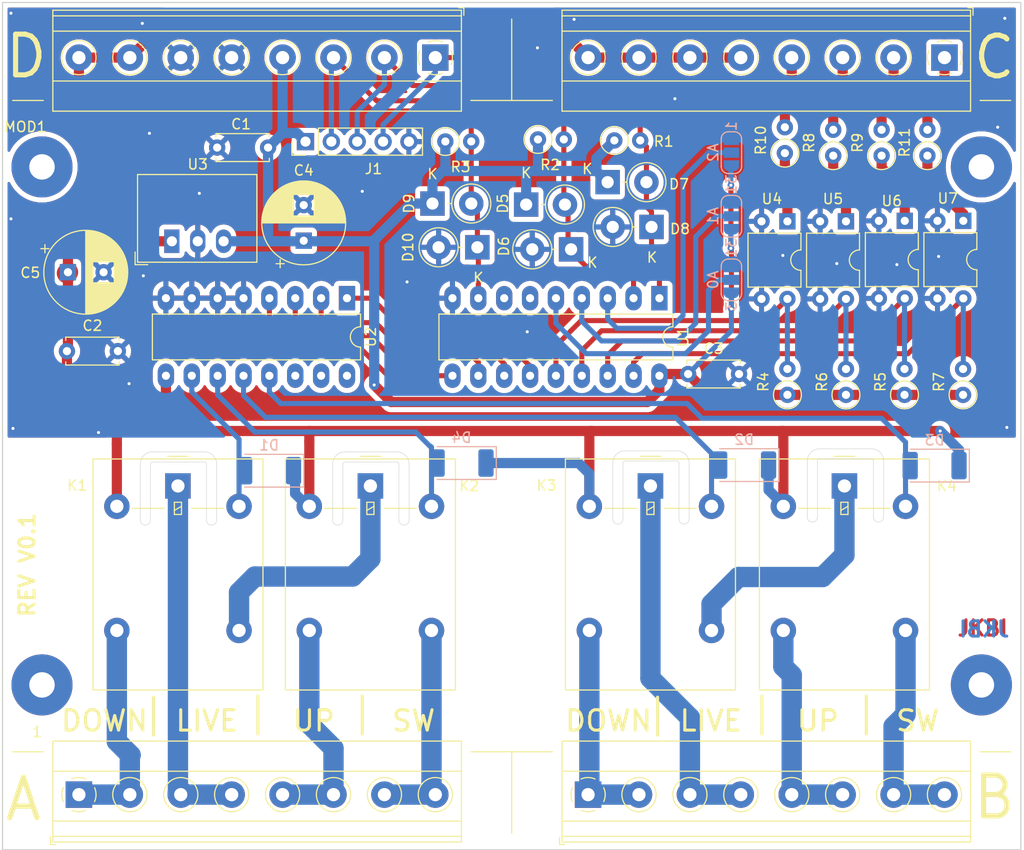
<source format=kicad_pcb>
(kicad_pcb (version 20240108) (generator "pcbnew") (generator_version "8.0")
  (title_block (title "Stairs LED contoller") (date "2024-08-18") (rev "${Revision}") (company "JKBI"))
  (layers (0 "F.Cu" signal) (31 "B.Cu" signal) (34 "B.Paste" user) (35 "F.Paste" user) (36 "B.SilkS" user "B.Silkscreen") (37 "F.SilkS" user "F.Silkscreen") (38 "B.Mask" user) (39 "F.Mask" user) (44 "Edge.Cuts" user))
  (property "Revision" "V0.1")
  (net 0 "")
  (net 1 "Net-(K1-Pad4)")
  (net 2 "GND")
  (net 3 "/nDOWN2")
  (net 4 "/L2")
  (net 5 "Net-(K3-Pad4)")
  (net 6 "/L1")
  (net 7 "/nDOWN1")
  (net 8 "/nUP2")
  (net 9 "/nUP1")
  (net 10 "VBUS")
  (net 11 "/L1-DOWN")
  (net 12 "/L1-UP")
  (net 13 "/L1-SW")
  (net 14 "/L2-DOWN")
  (net 15 "/L2-SW")
  (net 16 "/L2-UP")
  (net 20 "/DN1")
  (net 21 "/UP1")
  (net 22 "/DN2")
  (net 23 "/UP2")
  (net 26 "/SCL")
  (net 27 "/SDA")
  (net 28 "+3V3")
  (net 29 "/INT")
  (net 30 "/A0")
  (net 31 "/A1")
  (net 32 "/A2")
  (net 33 "/IN1_L")
  (net 34 "/IN2_L")
  (net 35 "/IN3_L")
  (net 36 "/IN4_L")
  (net 37 "/IN1_H")
  (net 38 "Net-(R8-Pad1)")
  (net 39 "Net-(R9-Pad1)")
  (net 40 "/IN2_H")
  (net 41 "Net-(R10-Pad1)")
  (net 42 "/IN4_H")
  (net 43 "Net-(R11-Pad1)")
  (net 44 "/IN3_H")
  (footprint "Capacitor_THT:CP_Radial_D8.0mm_P3.50mm" (layer "F.Cu") (at 130.75 79.152651 90)
    (property "Reference" "C4")
    (property "Value" "100uF")
  )
  (footprint "Connector_PinHeader_2.54mm:PinHeader_1x05_P2.54mm_Vertical" (layer "F.Cu") (at 130.925 69.415 90)
    (property "Reference" "J1")
    (property "Value" "Conn_01x05_Pin")
  )
  (footprint "Package_DIP:DIP-4_W7.62mm" (layer "F.Cu") (at 195.525 77.2 -90)
    (property "Reference" "U7")
    (property "Value" "PC817")
  )
  (footprint "Resistor_THT:R_Axial_DIN0207_L6.3mm_D2.5mm_P2.54mm_Vertical" (layer "F.Cu") (at 184 94.3 90)
    (property "Reference" "R6")
    (property "Value" "4.7K")
  )
  (footprint "Relay_THT:Relay_SPDT_Omron-G5LE-1" (layer "F.Cu") (at 137.3 103.25)
    (property "Reference" "K2")
    (property "Value" "G5LE-1")
  )
  (footprint "Resistor_THT:R_Axial_DIN0207_L6.3mm_D2.5mm_P2.54mm_Vertical" (layer "F.Cu") (at 153.755 69.2)
    (property "Reference" "R2")
    (property "Value" "4.7K")
  )
  (footprint "Diode_THT:D_DO-15_P3.81mm_Vertical_KathodeUp" (layer "F.Cu") (at 143.395 75.5)
    (property "Reference" "D9")
    (property "Value" "1N4148")
  )
  (footprint "Package_DIP:DIP-16_W7.62mm_LongPads" (layer "F.Cu") (at 135 84.8 -90)
    (property "Reference" "U2")
    (property "Value" "ULN2003A")
  )
  (footprint "Resistor_THT:R_Axial_DIN0207_L6.3mm_D2.5mm_P2.54mm_Vertical" (layer "F.Cu") (at 187.5 70.795 90)
    (property "Reference" "R9")
    (property "Value" "4.7K")
  )
  (footprint "Relay_THT:Relay_SPDT_Omron-G5LE-1" (layer "F.Cu") (at 183.85 103.25)
    (property "Reference" "K4")
    (property "Value" "G5LE-1")
  )
  (footprint "Resistor_THT:R_Axial_DIN0207_L6.3mm_D2.5mm_P2.54mm_Vertical" (layer "F.Cu") (at 182.75 70.795 90)
    (property "Reference" "R8")
    (property "Value" "4.7K")
  )
  (footprint "Package_DIP:DIP-4_W7.62mm" (layer "F.Cu") (at 189.775 77.2 -90)
    (property "Reference" "U6")
    (property "Value" "PC817")
  )
  (footprint "Resistor_THT:R_Axial_DIN0207_L6.3mm_D2.5mm_P2.54mm_Vertical" (layer "F.Cu") (at 161.255 69.3)
    (property "Reference" "R1")
    (property "Value" "4.7K")
  )
  (footprint "Resistor_THT:R_Axial_DIN0207_L6.3mm_D2.5mm_P2.54mm_Vertical" (layer "F.Cu") (at 178.25 94.295 90)
    (property "Reference" "R4")
    (property "Value" "4.7K")
  )
  (footprint "Diode_THT:D_DO-15_P3.81mm_Vertical_KathodeUp" (layer "F.Cu") (at 152.595 75.6)
    (property "Reference" "D5")
    (property "Value" "1N4148")
  )
  (footprint "Resistor_THT:R_Axial_DIN0207_L6.3mm_D2.5mm_P2.54mm_Vertical" (layer "F.Cu") (at 178 70.545 90)
    (property "Reference" "R10")
    (property "Value" "4.7K")
  )
  (footprint "Relay_THT:Relay_SPDT_Omron-G5LE-1" (layer "F.Cu") (at 118.4 103.25)
    (property "Reference" "K1")
    (property "Value" "G5LE-1")
  )
  (footprint "Diode_THT:D_DO-15_P3.81mm_Vertical_KathodeUp" (layer "F.Cu") (at 160.595 73.4)
    (property "Reference" "D7")
    (property "Value" "1N4148")
  )
  (footprint "Diode_THT:D_DO-15_P3.81mm_Vertical_KathodeUp" (layer "F.Cu") (at 164.905 77.8 180)
    (property "Reference" "D8")
    (property "Value" "1N4148")
  )
  (footprint "Package_DIP:DIP-4_W7.62mm" (layer "F.Cu") (at 184 77.25 -90)
    (property "Reference" "U5")
    (property "Value" "PC817")
  )
  (footprint "Diode_THT:D_DO-15_P3.81mm_Vertical_KathodeUp" (layer "F.Cu") (at 147.805 79.8 180)
    (property "Reference" "D10")
    (property "Value" "1N4148")
  )
  (footprint "Package_DIP:DIP-18_W7.62mm_LongPads" (layer "F.Cu") (at 165.68 84.8 -90)
    (property "Reference" "U1")
    (property "Value" "MCP23008-xP")
  )
  (footprint "Resistor_THT:R_Axial_DIN0207_L6.3mm_D2.5mm_P2.54mm_Vertical" (layer "F.Cu") (at 144.66 69.4)
    (property "Reference" "R3")
    (property "Value" "4.7K")
  )
  (footprint "ZD1006:ZD1006" (layer "F.Cu") (at 101.175 97.37)
    (property "Reference" "MOD1")
    (property "Value" "~")
    (fp_line (start 0 -41.625) (end 0 41.625) (stroke (width 0.12)) (layer "Edge.Cuts"))
    (fp_line (start 0 41.625) (end 100 41.625) (stroke (width 0.12)) (layer "Edge.Cuts"))
    (fp_line (start 100 -41.625) (end 0 -41.625) (stroke (width 0.12)) (layer "Edge.Cuts"))
    (fp_line (start 100 41.625) (end 100 -41.625) (stroke (width 0.12)) (layer "Edge.Cuts"))
  )
  (footprint "Package_DIP:DIP-4_W7.62mm" (layer "F.Cu") (at 178.25 77.25 -90)
    (property "Reference" "U4")
    (property "Value" "PC817")
  )
  (footprint "Resistor_THT:R_Axial_DIN0207_L6.3mm_D2.5mm_P2.54mm_Vertical" (layer "F.Cu") (at 195.5 94.3 90)
    (property "Reference" "R7")
    (property "Value" "4.7K")
  )
  (footprint "Capacitor_THT:C_Disc_D5.0mm_W2.5mm_P5.00mm" (layer "F.Cu") (at 107.5 90)
    (property "Reference" "C2")
    (property "Value" "100nF")
  )
  (footprint "Capacitor_THT:CP_Radial_D8.0mm_P3.50mm" (layer "F.Cu") (at 107.597349 82.25)
    (property "Reference" "C5")
    (property "Value" "100uF")
  )
  (footprint "Converter_DCDC:Converter_DCDC_RECOM_R-78E-0.5_THT" (layer "F.Cu") (at 117.803 79.2075)
    (property "Reference" "U3")
    (property "Value" "R-78C3.3-1.0")
  )
  (footprint "Relay_THT:Relay_SPDT_Omron-G5LE-1" (layer "F.Cu") (at 164.8 103.25)
    (property "Reference" "K3")
    (property "Value" "G5LE-1")
  )
  (footprint "Resistor_THT:R_Axial_DIN0207_L6.3mm_D2.5mm_P2.54mm_Vertical" (layer "F.Cu") (at 192 70.795 90)
    (property "Reference" "R11")
    (property "Value" "4.7K")
  )
  (footprint "Diode_THT:D_DO-15_P3.81mm_Vertical_KathodeUp" (layer "F.Cu") (at 157.005 80 180)
    (property "Reference" "D6")
    (property "Value" "1N4148")
  )
  (footprint "Resistor_THT:R_Axial_DIN0207_L6.3mm_D2.5mm_P2.54mm_Vertical" (layer "F.Cu") (at 189.75 94.3 90)
    (property "Reference" "R5")
    (property "Value" "4.7K")
  )
  (footprint "Capacitor_THT:C_Disc_D5.0mm_W2.5mm_P5.00mm" (layer "F.Cu") (at 127.25 70 180)
    (property "Reference" "C1")
    (property "Value" "100nF")
  )
  (footprint "Capacitor_THT:C_Disc_D5.0mm_W2.5mm_P5.00mm" (layer "F.Cu") (at 168.5 92.25)
    (property "Reference" "C3")
    (property "Value" "100nF")
  )
  (footprint "Jumper:SolderJumper-3_P1.3mm_Open_RoundedPad1.0x1.5mm_NumberLabels" (layer "B.Cu") (at 172.75 76.75 -90)
    (property "Reference" "A1")
    (property "Value" "SolderJumper_3_Open")
  )
  (footprint "Diode_SMD:D_MELF" (layer "B.Cu") (at 127.35 101.75 180)
    (property "Reference" "D1")
    (property "Value" "SM4007")
  )
  (footprint "Diode_SMD:D_MELF" (layer "B.Cu") (at 192.705 101.25 180)
    (property "Reference" "D3")
    (property "Value" "SM4007")
  )
  (footprint "Diode_SMD:D_MELF" (layer "B.Cu") (at 146.25 101 180)
    (property "Reference" "D4")
    (property "Value" "SM4007")
  )
  (footprint "Jumper:SolderJumper-3_P1.3mm_Open_RoundedPad1.0x1.5mm_NumberLabels" (layer "B.Cu") (at 172.75 83 -90)
    (property "Reference" "A0")
    (property "Value" "SolderJumper_3_Open")
  )
  (footprint "Diode_SMD:D_MELF" (layer "B.Cu") (at 174 101.2 180)
    (property "Reference" "D2")
    (property "Value" "SM4007")
  )
  (footprint "Jumper:SolderJumper-3_P1.3mm_Open_RoundedPad1.0x1.5mm_NumberLabels" (layer "B.Cu") (at 172.75 70.5 -90)
    (property "Reference" "A2")
    (property "Value" "SolderJumper_3_Open")
  )
  (gr_line (start 116 124) (end 116 127.75) (stroke (width 0.3)) (layer "F.SilkS"))
  (gr_line (start 186 123.875) (end 186 127.625) (stroke (width 0.3)) (layer "F.SilkS"))
  (gr_line (start 165.5 124) (end 165.5 127.75) (stroke (width 0.3)) (layer "F.SilkS"))
  (gr_line (start 136.5 123.875) (end 136.5 127.625) (stroke (width 0.3)) (layer "F.SilkS"))
  (gr_line (start 175.75 123.875) (end 175.75 127.625) (stroke (width 0.3)) (layer "F.SilkS"))
  (gr_line (start 126.25 123.875) (end 126.25 127.625) (stroke (width 0.3)) (layer "F.SilkS"))
  (gr_arc (start 139.9 99.9) (mid 140.748528 100.251472) (end 141.1 101.1) (stroke (width 0.05)) (layer "Edge.Cuts"))
  (gr_arc (start 167.4 99.8) (mid 168.248528 100.151472) (end 168.6 101) (stroke (width 0.05)) (layer "Edge.Cuts"))
  (gr_arc (start 168.6 106.5) (mid 168.1 107) (end 167.6 106.5) (stroke (width 0.05)) (layer "Edge.Cuts"))
  (gr_line (start 187.7 106.3) (end 187.7 100.8) (stroke (width 0.05)) (layer "Edge.Cuts"))
  (gr_line (start 161.1 106.5) (end 161.1 101) (stroke (width 0.05)) (layer "Edge.Cuts"))
  (gr_line (start 134.6 106.6) (end 134.6 101.1) (stroke (width 0.05)) (layer "Edge.Cuts"))
  (gr_arc (start 122.2 106.6) (mid 121.7 107.1) (end 121.2 106.6) (stroke (width 0.05)) (layer "Edge.Cuts"))
  (gr_line (start 122.2 106.6) (end 122.2 101.1) (stroke (width 0.05)) (layer "Edge.Cuts"))
  (gr_line (start 134.8 99.9) (end 139.9 99.9) (stroke (width 0.05)) (layer "Edge.Cuts"))
  (gr_line (start 162.3 100.8) (end 167.4 100.8) (stroke (width 0.05)) (layer "Edge.Cuts"))
  (gr_line (start 141.1 106.6) (end 141.1 101.1) (stroke (width 0.05)) (layer "Edge.Cuts"))
  (gr_arc (start 181.2 106.3) (mid 180.7 106.8) (end 180.2 106.3) (stroke (width 0.05)) (layer "Edge.Cuts"))
  (gr_arc (start 121 99.9) (mid 121.848528 100.251472) (end 122.2 101.1) (stroke (width 0.05)) (layer "Edge.Cuts"))
  (gr_line (start 181.4 100.6) (end 186.5 100.6) (stroke (width 0.05)) (layer "Edge.Cuts"))
  (gr_arc (start 162.1 101) (mid 162.158579 100.858579) (end 162.3 100.8) (stroke (width 0.05)) (layer "Edge.Cuts"))
  (gr_arc (start 133.6 101.1) (mid 133.951472 100.251472) (end 134.8 99.9) (stroke (width 0.05)) (layer "Edge.Cuts"))
  (gr_line (start 121.2 106.6) (end 121.2 101.1) (stroke (width 0.05)) (layer "Edge.Cuts"))
  (gr_arc (start 187.7 106.3) (mid 187.2 106.8) (end 186.7 106.3) (stroke (width 0.05)) (layer "Edge.Cuts"))
  (gr_line (start 115.9 100.9) (end 121 100.9) (stroke (width 0.05)) (layer "Edge.Cuts"))
  (gr_line (start 115.7 106.6) (end 115.7 101.1) (stroke (width 0.05)) (layer "Edge.Cuts"))
  (gr_arc (start 167.4 100.8) (mid 167.541421 100.858579) (end 167.6 101) (stroke (width 0.05)) (layer "Edge.Cuts"))
  (gr_arc (start 141.1 106.6) (mid 140.6 107.1) (end 140.1 106.6) (stroke (width 0.05)) (layer "Edge.Cuts"))
  (gr_line (start 186.7 106.3) (end 186.7 100.8) (stroke (width 0.05)) (layer "Edge.Cuts"))
  (gr_arc (start 180.2 100.8) (mid 180.551472 99.951472) (end 181.4 99.6) (stroke (width 0.05)) (layer "Edge.Cuts"))
  (gr_line (start 134.8 100.9) (end 139.9 100.9) (stroke (width 0.05)) (layer "Edge.Cuts"))
  (gr_arc (start 181.2 100.8) (mid 181.258579 100.658579) (end 181.4 100.6) (stroke (width 0.05)) (layer "Edge.Cuts"))
  (gr_arc (start 186.5 100.6) (mid 186.641421 100.658579) (end 186.7 100.8) (stroke (width 0.05)) (layer "Edge.Cuts"))
  (gr_arc (start 162.1 106.5) (mid 161.6 107) (end 161.1 106.5) (stroke (width 0.05)) (layer "Edge.Cuts"))
  (gr_arc (start 139.9 100.9) (mid 140.041421 100.958579) (end 140.1 101.1) (stroke (width 0.05)) (layer "Edge.Cuts"))
  (gr_arc (start 115.7 106.6) (mid 115.2 107.1) (end 114.7 106.6) (stroke (width 0.05)) (layer "Edge.Cuts"))
  (gr_arc (start 186.5 99.6) (mid 187.348528 99.951472) (end 187.7 100.8) (stroke (width 0.05)) (layer "Edge.Cuts"))
  (gr_line (start 180.2 106.3) (end 180.2 100.8) (stroke (width 0.05)) (layer "Edge.Cuts"))
  (gr_line (start 162.1 106.5) (end 162.1 101) (stroke (width 0.05)) (layer "Edge.Cuts"))
  (gr_arc (start 134.6 101.1) (mid 134.658579 100.958579) (end 134.8 100.9) (stroke (width 0.05)) (layer "Edge.Cuts"))
  (gr_line (start 115.9 99.9) (end 121 99.9) (stroke (width 0.05)) (layer "Edge.Cuts"))
  (gr_arc (start 121 100.9) (mid 121.141421 100.958579) (end 121.2 101.1) (stroke (width 0.05)) (layer "Edge.Cuts"))
  (gr_line (start 140.1 106.6) (end 140.1 101.1) (stroke (width 0.05)) (layer "Edge.Cuts"))
  (gr_line (start 181.2 106.3) (end 181.2 100.8) (stroke (width 0.05)) (layer "Edge.Cuts"))
  (gr_line (start 114.7 106.6) (end 114.7 101.1) (stroke (width 0.05)) (layer "Edge.Cuts"))
  (gr_line (start 168.6 106.5) (end 168.6 101) (stroke (width 0.05)) (layer "Edge.Cuts"))
  (gr_line (start 162.3 99.8) (end 167.4 99.8) (stroke (width 0.05)) (layer "Edge.Cuts"))
  (gr_line (start 167.6 106.5) (end 167.6 101) (stroke (width 0.05)) (layer "Edge.Cuts"))
  (gr_arc (start 161.1 101) (mid 161.451472 100.151472) (end 162.3 99.8) (stroke (width 0.05)) (layer "Edge.Cuts"))
  (gr_arc (start 134.6 106.6) (mid 134.1 107.1) (end 133.6 106.6) (stroke (width 0.05)) (layer "Edge.Cuts"))
  (gr_line (start 181.4 99.6) (end 186.5 99.6) (stroke (width 0.05)) (layer "Edge.Cuts"))
  (gr_arc (start 115.7 101.1) (mid 115.758579 100.958579) (end 115.9 100.9) (stroke (width 0.05)) (layer "Edge.Cuts"))
  (gr_arc (start 114.7 101.1) (mid 115.051472 100.251472) (end 115.9 99.9) (stroke (width 0.05)) (layer "Edge.Cuts"))
  (gr_line (start 133.6 106.6) (end 133.6 101.1) (stroke (width 0.05)) (layer "Edge.Cuts"))
  (gr_text "JKBI" (at 194.8 118.1 0) (layer "F.Cu") (effects (font (size 1.5 1.5) (thickness 0.3) (bold yes)) (justify left bottom)))
  (gr_text "JKBI" (at 200.2 118.2 0) (layer "B.Cu") (effects (font (size 1.5 1.5) (thickness 0.3) (bold yes)) (justify left bottom mirror)))
  (gr_text "LIVE" (at 118 127.5 0) (layer "F.SilkS") (effects (font (size 2 2) (thickness 0.3)) (justify left bottom)))
  (gr_text "LIVE" (at 167.5 127.5 0) (layer "F.SilkS") (effects (font (size 2 2) (thickness 0.3)) (justify left bottom)))
  (gr_text "SW" (at 188.75 127.5 0) (layer "F.SilkS") (effects (font (size 2 2) (thickness 0.3)) (justify left bottom)))
  (gr_text "DOWN" (at 106.75 127.5 0) (layer "F.SilkS") (effects (font (size 2 2) (thickness 0.3)) (justify left bottom)))
  (gr_text "REV ${Revision}" (at 104.467428 116.275428 90) (layer "F.SilkS") (effects (font (size 1.5 1.5) (thickness 0.3) (bold yes)) (justify left bottom)))
  (gr_text "UP" (at 179 127.5 0) (layer "F.SilkS") (effects (font (size 2 2) (thickness 0.3)) (justify left bottom)))
  (gr_text "UP" (at 129.5 127.5 0) (layer "F.SilkS") (effects (font (size 2 2) (thickness 0.3)) (justify left bottom)))
  (gr_text "DOWN" (at 156.25 127.5 0) (layer "F.SilkS") (effects (font (size 2 2) (thickness 0.3)) (justify left bottom)))
  (gr_text "SW" (at 139.25 127.5 0) (layer "F.SilkS") (effects (font (size 2 2) (thickness 0.3)) (justify left bottom)))
  (gr_text "1" (at 104 128 0) (layer "F.SilkS") (effects (font (size 1 1)) (justify left bottom)))
  (segment (start 125.95 112.15) (end 135.55 112.15) (width 2) (layer "B.Cu") (net 1))
  (segment (start 124.4 113.7) (end 125.95 112.15) (width 2) (layer "B.Cu") (net 1))
  (segment (start 137.3 110.4) (end 137.3 103.4) (width 2) (layer "B.Cu") (net 1))
  (segment (start 135.55 112.15) (end 137.3 110.4) (width 2) (layer "B.Cu") (net 1))
  (segment (start 124.4 117.6) (end 124.4 113.7) (width 2) (layer "B.Cu") (net 1))
  (segment (start 117.22 84.8) (end 124.84 84.8) (width 0.5) (layer "F.Cu") (net 2))
  (via (at 152.7 88.1) (size 0.65) (drill 0.3) (layers "F.Cu" "B.Cu") (net 2))
  (via (at 183.1 81.4) (size 0.65) (drill 0.3) (layers "F.Cu" "B.Cu") (net 2))
  (via (at 167.2 65.2) (size 0.65) (drill 0.3) (layers "F.Cu" "B.Cu") (net 2))
  (via (at 136.5 74.3) (size 0.65) (drill 0.3) (layers "F.Cu" "B.Cu") (net 2))
  (via (at 140.9 83.2) (size 0.65) (drill 0.3) (layers "F.Cu" "B.Cu") (net 2))
  (via (at 115.6 68.6) (size 0.65) (drill 0.3) (layers "F.Cu" "B.Cu") (net 2))
  (via (at 199.8 97.5) (size 0.65) (drill 0.3) (layers "F.Cu" "B.Cu") (net 2))
  (via (at 198.9 68) (size 0.65) (drill 0.3) (layers "F.Cu" "B.Cu") (net 2))
  (via (at 110.6 98) (size 0.65) (drill 0.3) (layers "F.Cu" "B.Cu") (net 2))
  (via (at 199.6 57.3) (size 0.65) (drill 0.3) (layers "F.Cu" "B.Cu") (net 2))
  (via (at 153.7 60.2) (size 0.65) (drill 0.3) (layers "F.Cu" "B.Cu") (net 2))
  (via (at 157.3 57.4) (size 0.65) (drill 0.3) (layers "F.Cu" "B.Cu") (net 2))
  (via (at 115 82.6) (size 0.65) (drill 0.3) (layers "F.Cu" "B.Cu") (net 2))
  (via (at 193.1 80.7) (size 0.65) (drill 0.3) (layers "F.Cu" "B.Cu") (net 2))
  (via (at 114.9 57.8) (size 0.65) (drill 0.3) (layers "F.Cu" "B.Cu") (net 2))
  (via (at 189 81.5) (size 0.65) (drill 0.3) (layers "F.Cu" "B.Cu") (net 2))
  (via (at 102 56.8) (size 0.65) (drill 0.3) (layers "F.Cu" "B.Cu") (net 2))
  (via (at 177.8 80.6) (size 0.65) (drill 0.3) (layers "F.Cu" "B.Cu") (net 2))
  (via (at 102 77) (size 0.65) (drill 0.3) (layers "F.Cu" "B.Cu") (net 2))
  (via (at 113.6 93.2) (size 0.65) (drill 0.3) (layers "F.Cu" "B.Cu") (net 2))
  (via (at 120.5 74.5) (size 0.65) (drill 0.3) (layers "F.Cu" "B.Cu") (net 2))
  (via (at 102.2 97.6) (size 0.65) (drill 0.3) (layers "F.Cu" "B.Cu") (net 2))
  (segment (start 170.8 100.05) (end 170.8 105.25) (width 0.5) (layer "B.Cu") (net 3))
  (segment (start 127 96.5) (end 167.25 96.5) (width 0.5) (layer "B.Cu") (net 3))
  (segment (start 124.84 94.34) (end 127 96.5) (width 0.5) (layer "B.Cu") (net 3))
  (segment (start 167.25 96.5) (end 170.8 100.05) (width 0.5) (layer "B.Cu") (net 3))
  (segment (start 124.84 92.42) (end 124.84 94.34) (width 0.5) (layer "B.Cu") (net 3))
  (segment (start 164.8 122.15) (end 168.675 126.025) (width 2) (layer "B.Cu") (net 4))
  (segment (start 168.675 126.025) (end 168.675 133.58) (width 2) (layer "B.Cu") (net 4))
  (segment (start 164.8 103.25) (end 164.8 122.15) (width 2) (layer "B.Cu") (net 4))
  (segment (start 173.675 133.58) (end 168.675 133.58) (width 2) (layer "B.Cu") (net 4))
  (segment (start 170.8 114.85) (end 173.45 112.2) (width 2) (layer "B.Cu") (net 5))
  (segment (start 181.7 112.2) (end 183.85 110.05) (width 2) (layer "B.Cu") (net 5))
  (segment (start 170.8 117.45) (end 170.8 114.85) (width 2) (layer "B.Cu") (net 5))
  (segment (start 173.45 112.2) (end 181.7 112.2) (width 2) (layer "B.Cu") (net 5))
  (segment (start 183.85 110.05) (end 183.85 103.1) (width 2) (layer "B.Cu") (net 5))
  (segment (start 123.675 133.58) (end 118.675 133.58) (width 2) (layer "B.Cu") (net 6))
  (segment (start 118.4 133.305) (end 118.4 103.4725) (width 2) (layer "B.Cu") (net 6))
  (segment (start 118.675 133.58) (end 118.4 133.305) (width 2) (layer "B.Cu") (net 6))
  (segment (start 124.4 105.4) (end 124.4 98.65) (width 0.5) (layer "B.Cu") (net 7))
  (segment (start 124.4 98.65) (end 119.76 94.01) (width 0.5) (layer "B.Cu") (net 7))
  (segment (start 119.76 94.01) (end 119.76 92.42) (width 0.5) (layer "B.Cu") (net 7))
  (segment (start 127.38 92.42) (end 127.38 94.03) (width 0.5) (layer "B.Cu") (net 8))
  (segment (start 127.38 94.03) (end 128.5 95.15) (width 0.5) (layer "B.Cu") (net 8))
  (segment (start 187.5 96.6) (end 189.85 98.95) (width 0.5) (layer "B.Cu") (net 8))
  (segment (start 189.85 98.95) (end 189.85 105.1) (width 0.5) (layer "B.Cu") (net 8))
  (segment (start 169.85 96.6) (end 187.5 96.6) (width 0.5) (layer "B.Cu") (net 8))
  (segment (start 168.4 95.15) (end 169.85 96.6) (width 0.5) (layer "B.Cu") (net 8))
  (segment (start 128.5 95.15) (end 168.4 95.15) (width 0.5) (layer "B.Cu") (net 8))
  (segment (start 143.3 99.45) (end 143.3 105.4) (width 0.5) (layer "B.Cu") (net 9))
  (segment (start 143.2 99.35) (end 143.3 99.45) (width 0.5) (layer "B.Cu") (net 9))
  (segment (start 122.3 92.42) (end 122.3 94.3) (width 0.5) (layer "B.Cu") (net 9))
  (segment (start 143.15 99.35) (end 143.2 99.35) (width 0.5) (layer "B.Cu") (net 9))
  (segment (start 141.75 97.95) (end 143.15 99.35) (width 0.5) (layer "B.Cu") (net 9))
  (segment (start 125.95 97.95) (end 141.75 97.95) (width 0.5) (layer "B.Cu") (net 9))
  (segment (start 122.3 94.3) (end 125.95 97.95) (width 0.5) (layer "B.Cu") (net 9))
  (segment (start 159 97.85) (end 177.75 97.85) (width 1) (layer "F.Cu") (net 10))
  (segment (start 107.5 82.347349) (end 107.597349 82.25) (width 2) (layer "F.Cu") (net 10))
  (segment (start 113.675 61.16) (end 117.535 57.3) (width 1) (layer "F.Cu") (net 10))
  (segment (start 108.675 61.16) (end 108.675 67.675) (width 1) (layer "F.Cu") (net 10))
  (segment (start 117.535 57.3) (end 154.815 57.3) (width 1) (layer "F.Cu") (net 10))
  (segment (start 117.22 92.42) (end 117.22 97.82) (width 1) (layer "F.Cu") (net 10))
  (segment (start 107.597349 89.902651) (end 107.5 90) (width 1) (layer "F.Cu") (net 10))
  (segment (start 158.675 61.16) (end 173.675 61.16) (width 1) (layer "F.Cu") (net 10))
  (segment (start 114.2075 79.2075) (end 110.25 75.25) (width 1) (layer "F.Cu") (net 10))
  (segment (start 177.85 97.95) (end 177.75 97.85) (width 1) (layer "F.Cu") (net 10))
  (segment (start 112.4 99.15) (end 112.4 97.85) (width 1) (layer "F.Cu") (net 10))
  (segment (start 107.5 90) (end 107.5 92.95) (width 1) (layer "F.Cu") (net 10))
  (segment (start 177.75 97.85) (end 193.25 97.85) (width 1) (layer "F.Cu") (net 10))
  (segment (start 110.25 69.25) (end 110.25 75.25) (width 1) (layer "F.Cu") (net 10))
  (segment (start 154.815 57.3) (end 158.675 61.16) (width 1) (layer "F.Cu") (net 10))
  (segment (start 158.8 105.25) (end 158.8 98.05) (width 1) (layer "F.Cu") (net 10))
  (segment (start 107.597349 82.25) (end 107.597349 89.902651) (width 1) (layer "F.Cu") (net 10))
  (segment (start 177.85 105.25) (end 177.85 97.95) (width 1) (layer "F.Cu") (net 10))
  (segment (start 117.25 97.85) (end 131.3 97.85) (width 1) (layer "F.Cu") (net 10))
  (segment (start 117.803 79.2075) (end 114.2075 79.2075) (width 1) (layer "F.Cu") (net 10))
  (segment (start 108.675 61.16) (end 113.675 61.16) (width 1) (layer "F.Cu") (net 10))
  (segment (start 110.25 75.25) (end 107.597349 77.902651) (width 1) (layer "F.Cu") (net 10))
  (segment (start 112.4 99.15) (end 112.4 105.25) (width 1) (layer "F.Cu") (net 10))
  (segment (start 131.3 98.9) (end 131.3 105.25) (width 1) (layer "F.Cu") (net 10))
  (segment (start 107.597349 77.902651) (end 107.597349 82.25) (width 1) (layer "F.Cu") (net 10))
  (segment (start 131.3 98.9) (end 131.3 97.85) (width 1) (layer "F.Cu") (net 10))
  (segment (start 158.8 98.05) (end 159 97.85) (width 1) (layer "F.Cu") (net 10))
  (segment (start 112.4 97.85) (end 117.25 97.85) (width 1) (layer "F.Cu") (net 10))
  (segment (start 131.3 97.85) (end 159 97.85) (width 1) (layer "F.Cu") (net 10))
  (segment (start 108.675 67.675) (end 110.25 69.25) (width 1) (layer "F.Cu") (net 10))
  (segment (start 107.5 92.95) (end 112.4 97.85) (width 1) (layer "F.Cu") (net 10))
  (segment (start 117.22 97.82) (end 117.25 97.85) (width 1) (layer "F.Cu") (net 10))
  (via (at 193.25 97.85) (size 0.6) (drill 0.3) (layers "F.Cu" "B.Cu") (net 10))
  (segment (start 129.9 101.75) (end 129.9 104) (width 1) (layer "B.Cu") (net 10))
  (segment (start 157.75 101) (end 158.8 102.05) (width 1) (layer "B.Cu") (net 10))
  (segment (start 193.25 97.85) (end 195.105 99.705) (width 1) (layer "B.Cu") (net 10))
  (segment (start 176.4 101.2) (end 176.4 103.65) (width 1) (layer "B.Cu") (net 10))
  (segment (start 148.65 101) (end 157.75 101) (width 1) (layer "B.Cu") (net 10))
  (segment (start 195.105 99.705) (end 195.105 101.25) (width 1) (layer "B.Cu") (net 10))
  (segment (start 158.8 102.05) (end 158.8 105.25) (width 1) (layer "B.Cu") (net 10))
  (segment (start 176.4 103.65) (end 177.85 105.1) (width 1) (layer "B.Cu") (net 10))
  (segment (start 129.9 104) (end 131.3 105.4) (width 1) (layer "B.Cu") (net 10))
  (segment (start 112.4 117.6725) (end 112.4 128.35) (width 2) (layer "B.Cu") (net 11))
  (segment (start 112.4 128.35) (end 113.75 129.7) (width 2) (layer "B.Cu") (net 11))
  (segment (start 108.675 133.58) (end 113.675 133.58) (width 2) (layer "B.Cu") (net 11))
  (segment (start 113.75 129.7) (end 113.675 129.775) (width 2) (layer "B.Cu") (net 11))
  (segment (start 113.675 129.775) (end 113.675 133.58) (width 2) (layer "B.Cu") (net 11))
  (segment (start 131.3 117.6) (end 131.3 126.65) (width 2) (layer "B.Cu") (net 12))
  (segment (start 128.675 133.58) (end 133.675 133.58) (width 2) (layer "B.Cu") (net 12))
  (segment (start 131.3 126.65) (end 133.675 129.025) (width 2) (layer "B.Cu") (net 12))
  (segment (start 133.675 129.025) (end 133.675 133.58) (width 2) (layer "B.Cu") (net 12))
  (segment (start 138.675 133.58) (end 143.675 133.58) (width 2) (layer "B.Cu") (net 13))
  (segment (start 143.3 133.205) (end 143.675 133.58) (width 2) (layer "B.Cu") (net 13))
  (segment (start 143.3 117.6) (end 143.3 133.205) (width 2) (layer "B.Cu") (net 13))
  (segment (start 158.8 133.455) (end 158.675 133.58) (width 2) (layer "B.Cu") (net 14))
  (segment (start 163.675 133.58) (end 158.675 133.58) (width 2) (layer "B.Cu") (net 14))
  (segment (start 158.8 117.45) (end 158.8 133.455) (width 2) (layer "B.Cu") (net 14))
  (segment (start 189.85 117.3) (end 189.85 125.7) (width 2) (layer "B.Cu") (net 15))
  (segment (start 188.675 126.875) (end 188.675 133.58) (width 2) (layer "B.Cu") (net 15))
  (segment (start 193.675 133.58) (end 188.675 133.58) (width 2) (layer "B.Cu") (net 15))
  (segment (start 189.85 125.7) (end 188.675 126.875) (width 2) (layer "B.Cu") (net 15))
  (segment (start 178.675 133.58) (end 178.675 121.825) (width 2) (layer "B.Cu") (net 16))
  (segment (start 177.85 121) (end 177.85 117.3) (width 2) (layer "B.Cu") (net 16))
  (segment (start 183.675 133.58) (end 178.675 133.58) (width 2) (layer "B.Cu") (net 16))
  (segment (start 178.675 121.825) (end 177.85 121) (width 2) (layer "B.Cu") (net 16))
  (segment (start 152.98 91.48) (end 149.1 87.6) (width 0.5) (layer "F.Cu") (net 20))
  (segment (start 152.98 92.42) (end 152.98 91.48) (width 0.5) (layer "F.Cu") (net 20))
  (segment (start 149.1 87.6) (end 140.2 87.6) (width 0.5) (layer "F.Cu") (net 20))
  (segment (start 137.4 84.8) (end 135 84.8) (width 0.5) (layer "F.Cu") (net 20))
  (segment (start 140.2 87.6) (end 137.4 84.8) (width 0.5) (layer "F.Cu") (net 20))
  (segment (start 148.1 88.9) (end 139.5 88.9) (width 0.5) (layer "F.Cu") (net 21))
  (segment (start 139.5 88.9) (end 137.8 87.2) (width 0.5) (layer "F.Cu") (net 21))
  (segment (start 150.44 91.24) (end 148.1 88.9) (width 0.5) (layer "F.Cu") (net 21))
  (segment (start 137.8 87.2) (end 133 87.2) (width 0.5) (layer "F.Cu") (net 21))
  (segment (start 132.46 86.66) (end 132.46 84.8) (width 0.5) (layer "F.Cu") (net 21))
  (segment (start 150.44 92.42) (end 150.44 91.24) (width 0.5) (layer "F.Cu") (net 21))
  (segment (start 133 87.2) (end 132.46 86.66) (width 0.5) (layer "F.Cu") (net 21))
  (segment (start 138.9 90.1) (end 137.3 88.5) (width 0.5) (layer "F.Cu") (net 22))
  (segment (start 146.9 90.1) (end 138.9 90.1) (width 0.5) (layer "F.Cu") (net 22))
  (segment (start 147.9 91.1) (end 146.9 90.1) (width 0.5) (layer "F.Cu") (net 22))
  (segment (start 129.92 87.52) (end 129.92 84.8) (width 0.5) (layer "F.Cu") (net 22))
  (segment (start 147.9 92.42) (end 147.9 91.1) (width 0.5) (layer "F.Cu") (net 22))
  (segment (start 130.9 88.5) (end 129.92 87.52) (width 0.5) (layer "F.Cu") (net 22))
  (segment (start 137.3 88.5) (end 130.9 88.5) (width 0.5) (layer "F.Cu") (net 22))
  (segment (start 139.02 92.42) (end 136.6 90) (width 0.5) (layer "F.Cu") (net 23))
  (segment (start 127.38 87.38) (end 127.38 84.8) (width 0.5) (layer "F.Cu") (net 23))
  (segment (start 136.6 90) (end 130 90) (width 0.5) (layer "F.Cu") (net 23))
  (segment (start 130 90) (end 127.38 87.38) (width 0.5) (layer "F.Cu") (net 23))
  (segment (start 145.36 92.42) (end 139.02 92.42) (width 0.5) (layer "F.Cu") (net 23))
  (segment (start 164.405 69.91) (end 163.795 69.3) (width 0.5) (layer "F.Cu") (net 26))
  (segment (start 164.905 76.3) (end 164.405 75.8) (width 0.5) (layer "F.Cu") (net 26))
  (segment (start 164.905 81.205) (end 164.905 76.3) (width 0.5) (layer "F.Cu") (net 26))
  (segment (start 163.795 66.895) (end 161.2 64.3) (width 0.5) (layer "F.Cu") (net 26))
  (segment (start 150.3 64.3) (end 147.16 61.16) (width 0.5) (layer "F.Cu") (net 26))
  (segment (start 164.405 75.8) (end 164.405 73.4) (width 0.5) (layer "F.Cu") (net 26))
  (segment (start 165.68 84.8) (end 165.68 81.98) (width 0.5) (layer "F.Cu") (net 26))
  (segment (start 164.405 73.4) (end 164.405 69.91) (width 0.5) (layer "F.Cu") (net 26))
  (segment (start 165.68 81.98) (end 164.905 81.205) (width 0.5) (layer "F.Cu") (net 26))
  (segment (start 147.16 61.16) (end 143.675 61.16) (width 0.5) (layer "F.Cu") (net 26))
  (segment (start 161.2 64.3) (end 150.3 64.3) (width 0.5) (layer "F.Cu") (net 26))
  (segment (start 163.795 69.3) (end 163.795 66.895) (width 0.5) (layer "F.Cu") (net 26))
  (segment (start 143.675 62.625) (end 143.675 61.16) (width 0.5) (layer "B.Cu") (net 26))
  (segment (start 138.545 69.415) (end 138.545 67.755) (width 0.5) (layer "B.Cu") (net 26))
  (segment (start 138.545 67.755) (end 143.675 62.625) (width 0.5) (layer "B.Cu") (net 26))
  (segment (start 156.295 69.2) (end 156.295 75.49) (width 0.5) (layer "F.Cu") (net 27))
  (segment (start 156.71 79.905) (end 156.71 75.75) (width 0.5) (layer "F.Cu") (net 27))
  (segment (start 147.6 63.9) (end 149.9 66.2) (width 0.5) (layer "F.Cu") (net 27))
  (segment (start 163.14 84.8) (end 163.14 82.64) (width 0.5) (layer "F.Cu") (net 27))
  (segment (start 138.675 61.16) (end 141.415 63.9) (width 0.5) (layer "F.Cu") (net 27))
  (segment (start 154.9 66.2) (end 156.295 67.595) (width 0.5) (layer "F.Cu") (net 27))
  (segment (start 156.295 75.49) (end 156.405 75.6) (width 0.5) (layer "F.Cu") (net 27))
  (segment (start 149.9 66.2) (end 154.9 66.2) (width 0.5) (layer "F.Cu") (net 27))
  (segment (start 141.415 63.9) (end 147.6 63.9) (width 0.5) (layer "F.Cu") (net 27))
  (segment (start 162.2 81.7) (end 158.505 81.7) (width 0.5) (layer "F.Cu") (net 27))
  (segment (start 158.505 81.7) (end 156.71 79.905) (width 0.5) (layer "F.Cu") (net 27))
  (segment (start 163.14 82.64) (end 162.2 81.7) (width 0.5) (layer "F.Cu") (net 27))
  (segment (start 156.295 67.595) (end 156.295 69.2) (width 0.5) (layer "F.Cu") (net 27))
  (segment (start 138.675 63.825) (end 136.005 66.495) (width 0.5) (layer "B.Cu") (net 27))
  (segment (start 138.675 61.16) (end 138.675 63.825) (width 0.5) (layer "B.Cu") (net 27))
  (segment (start 136.005 66.495) (end 136.005 69.415) (width 0.5) (layer "B.Cu") (net 27))
  (segment (start 139.34 95) (end 164.5 95) (width 1) (layer "F.Cu") (net 28))
  (segment (start 170.55 94.3) (end 168.5 92.25) (width 1) (layer "F.Cu") (net 28))
  (segment (start 137.67 93.33) (end 139.34 95) (width 1) (layer "F.Cu") (net 28))
  (segment (start 172.75 79.95) (end 172.7 79.9) (width 0.5) (layer "F.Cu") (net 28))
  (segment (start 195.5 94.3) (end 170.55 94.3) (width 1) (layer "F.Cu") (net 28))
  (segment (start 165.68 93.82) (end 165.68 92.42) (width 1) (layer "F.Cu") (net 28))
  (segment (start 165.85 92.25) (end 165.68 92.42) (width 1) (layer "F.Cu") (net 28))
  (segment (start 172.7 79.9) (end 172.7 79.6) (width 0.5) (layer "F.Cu") (net 28))
  (segment (start 172.7 79.6) (end 172.7 73.7) (width 0.5) (layer "F.Cu") (net 28))
  (segment (start 168.5 92.25) (end 165.85 92.25) (width 1) (layer "F.Cu") (net 28))
  (segment (start 164.5 95) (end 165.68 93.82) (width 1) (layer "F.Cu") (net 28))
  (segment (start 172.75 85.85) (end 172.75 79.95) (width 0.5) (layer "F.Cu") (net 28))
  (via (at 137.67 93.33) (size 0.65) (drill 0.3) (layers "F.Cu" "B.Cu") (net 28))
  (via (at 172.7 79.9) (size 0.65) (drill 0.3) (layers "F.Cu" "B.Cu") (net 28))
  (via (at 172.75 85.85) (size 0.65) (drill 0.3) (layers "F.Cu" "B.Cu") (net 28))
  (via (at 172.7 73.7) (size 0.65) (drill 0.3) (layers "F.Cu" "B.Cu") (net 28))
  (segment (start 144.4 72.3) (end 152.5 72.3) (width 1) (layer "B.Cu") (net 28))
  (segment (start 172.75 85.85) (end 172.75 84.3) (width 0.5) (layer "B.Cu") (net 28))
  (segment (start 130.085 68.575) (end 130.925 69.415) (width 1) (layer "B.Cu") (net 28))
  (segment (start 143.395 75.5) (end 143.395 73.305) (width 1) (layer "B.Cu") (net 28))
  (segment (start 137.67 82.42) (end 137.67 93.33) (width 1) (layer "B.Cu") (net 28))
  (segment (start 127.25 79.2075) (end 137.5625 79.2075) (width 1) (layer "B.Cu") (net 28))
  (segment (start 128.675 61.16) (end 128.675 68.575) (width 1) (layer "B.Cu") (net 28))
  (segment (start 141.27 75.5) (end 143.395 75.5) (width 1) (layer "B.Cu") (net 28))
  (segment (start 122.883 79.2075) (end 127.25 79.2075) (width 1) (layer "B.Cu") (net 28))
  (segment (start 159.495 72.3) (end 160.595 73.4) (width 1) (layer "B.Cu") (net 28))
  (segment (start 144.66 72.04) (end 144.66 69.4) (width 1) (layer "B.Cu") (net 28))
  (segment (start 144.4 72.3) (end 144.66 72.04) (width 1) (layer "B.Cu") (net 28))
  (segment (start 137.5625 79.2075) (end 137.67 79.1) (width 1) (layer "B.Cu") (net 28))
  (segment (start 152.5 72.3) (end 154 72.3) (width 1) (layer "B.Cu") (net 28))
  (segment (start 172.7 79.9) (end 172.7 78.1) (width 0.5) (layer "B.Cu") (net 28))
  (segment (start 152.5 72.3) (end 152.595 72.395) (width 1) (layer "B.Cu") (net 28))
  (segment (start 137.67 79.1) (end 137.67 82.42) (width 1) (layer "B.Cu") (net 28))
  (segment (start 128.675 68.575) (end 127.25 70) (width 1) (layer "B.Cu") (net 28))
  (segment (start 172.7 73.7) (end 172.7 71.85) (width 0.5) (layer "B.Cu") (net 28))
  (segment (start 159.495 71.06) (end 161.255 69.3) (width 1) (layer "B.Cu") (net 28))
  (segment (start 143.395 73.305) (end 144.4 72.3) (width 1) (layer "B.Cu") (net 28))
  (segment (start 172.75 88) (end 168.5 92.25) (width 0.5) (layer "B.Cu") (net 28))
  (segment (start 127.25 70) (end 127.25 79.2075) (width 1) (layer "B.Cu") (net 28))
  (segment (start 154 72.3) (end 159.495 72.3) (width 1) (layer "B.Cu") (net 28))
  (segment (start 154 72.3) (end 153.755 72.055) (width 1) (layer "B.Cu") (net 28))
  (segment (start 128.675 68.575) (end 130.085 68.575) (width 1) (layer "B.Cu") (net 28))
  (segment (start 152.595 72.395) (end 152.595 75.6) (width 1) (layer "B.Cu") (net 28))
  (segment (start 172.7 78.1) (end 172.75 78.05) (width 0.5) (layer "B.Cu") (net 28))
  (segment (start 172.75 85.85) (end 172.75 88) (width 0.5) (layer "B.Cu") (net 28))
  (segment (start 172.7 71.85) (end 172.75 71.8) (width 0.5) (layer "B.Cu") (net 28))
  (segment (start 153.755 72.055) (end 153.755 69.2) (width 1) (layer "B.Cu") (net 28))
  (segment (start 159.495 72.3) (end 159.495 71.06) (width 1) (layer "B.Cu") (net 28))
  (segment (start 137.67 79.1) (end 141.27 75.5) (width 1) (layer "B.Cu") (net 28))
  (segment (start 146.3 65.4) (end 147.2 66.3) (width 0.5) (layer "F.Cu") (net 29))
  (segment (start 147.805 79.8) (end 147.805 76.1) (width 0.5) (layer "F.Cu") (net 29))
  (segment (start 147.9 79.895) (end 147.805 79.8) (width 0.5) (layer "F.Cu") (net 29))
  (segment (start 147.805 76.1) (end 147.205 75.5) (width 0.5) (layer "F.Cu") (net 29))
  (segment (start 133.675 61.16) (end 137.915 65.4) (width 0.5) (layer "F.Cu") (net 29))
  (segment (start 147.2 69.4) (end 147.2 75.495) (width 0.5) (layer "F.Cu") (net 29))
  (segment (start 147.2 66.3) (end 147.2 69.4) (width 0.5) (layer "F.Cu") (net 29))
  (segment (start 147.9 84.8) (end 147.9 79.895) (width 0.5) (layer "F.Cu") (net 29))
  (segment (start 137.915 65.4) (end 146.3 65.4) (width 0.5) (layer "F.Cu") (net 29))
  (segment (start 147.2 75.495) (end 147.205 75.5) (width 0.5) (layer "F.Cu") (net 29))
  (segment (start 133.465 69.415) (end 133.465 61.37) (width 0.5) (layer "B.Cu") (net 29))
  (segment (start 133.465 61.37) (end 133.675 61.16) (width 0.5) (layer "B.Cu") (net 29))
  (segment (start 172.75 83) (end 171.5 83) (width 0.5) (layer "B.Cu") (net 30))
  (segment (start 158.5 90.25) (end 155.52 87.27) (width 0.5) (layer "B.Cu") (net 30))
  (segment (start 168.25 90.25) (end 158.5 90.25) (width 0.5) (layer "B.Cu") (net 30))
  (segment (start 170.5 84) (end 170.5 88) (width 0.5) (layer "B.Cu") (net 30))
  (segment (start 155.52 87.27) (end 155.52 84.8) (width 0.5) (layer "B.Cu") (net 30))
  (segment (start 170.5 88) (end 168.25 90.25) (width 0.5) (layer "B.Cu") (net 30))
  (segment (start 171.5 83) (end 170.5 84) (width 0.5) (layer "B.Cu") (net 30))
  (segment (start 169.25 87.25) (end 167.5 89) (width 0.5) (layer "B.Cu") (net 31))
  (segment (start 172.75 76.75) (end 171.25 76.75) (width 0.5) (layer "B.Cu") (net 31))
  (segment (start 171.25 76.75) (end 169.25 78.75) (width 0.5) (layer "B.Cu") (net 31))
  (segment (start 158.06 87.06) (end 158.06 84.8) (width 0.5) (layer "B.Cu") (net 31))
  (segment (start 160 89) (end 158.06 87.06) (width 0.5) (layer "B.Cu") (net 31))
  (segment (start 167.5 89) (end 160 89) (width 0.5) (layer "B.Cu") (net 31))
  (segment (start 169.25 78.75) (end 169.25 87.25) (width 0.5) (layer "B.Cu") (net 31))
  (segment (start 170.5 70.5) (end 168 73) (width 0.5) (layer "B.Cu") (net 32))
  (segment (start 168 86.5) (end 166.75 87.75) (width 0.5) (layer "B.Cu") (net 32))
  (segment (start 166.75 87.75) (end 161.5 87.75) (width 0.5) (layer "B.Cu") (net 32))
  (segment (start 160.6 86.85) (end 160.6 84.8) (width 0.5) (layer "B.Cu") (net 32))
  (segment (start 168 73) (end 168 86.5) (width 0.5) (layer "B.Cu") (net 32))
  (segment (start 172.75 70.5) (end 170.5 70.5) (width 0.5) (layer "B.Cu") (net 32))
  (segment (start 161.5 87.75) (end 160.6 86.85) (width 0.5) (layer "B.Cu") (net 32))
  (segment (start 158 87) (end 155.52 89.48) (width 0.5) (layer "F.Cu") (net 33))
  (segment (start 176.12 87) (end 158 87) (width 0.5) (layer "F.Cu") (net 33))
  (segment (start 155.52 89.48) (end 155.52 92.42) (width 0.5) (layer "F.Cu") (net 33))
  (segment (start 178.25 84.87) (end 176.12 87) (width 0.5) (layer "F.Cu") (net 33))
  (segment (start 178.25 91.755) (end 178.25 84.87) (width 0.5) (layer "B.Cu") (net 33))
  (segment (start 158.06 89.94) (end 160 88) (width 0.5) (layer "F.Cu") (net 34))
  (segment (start 160 88) (end 180.87 88) (width 0.5) (layer "F.Cu") (net 34))
  (segment (start 158.06 92.42) (end 158.06 89.94) (width 0.5) (layer "F.Cu") (net 34))
  (segment (start 180.87 88) (end 184 84.87) (width 0.5) (layer "F.Cu") (net 34))
  (segment (start 184 84.87) (end 184 91.76) (width 0.5) (layer "B.Cu") (net 34))
  (segment (start 162 89) (end 185.595 89) (width 0.5) (layer "F.Cu") (net 35))
  (segment (start 160.6 92.42) (end 160.6 90.4) (width 0.5) (layer "F.Cu") (net 35))
  (segment (start 160.6 90.4) (end 162 89) (width 0.5) (layer "F.Cu") (net 35))
  (segment (start 185.595 89) (end 189.775 84.82) (width 0.5) (layer "F.Cu") (net 35))
  (segment (start 189.75 91.76) (end 189.75 84.845) (width 0.5) (layer "B.Cu") (net 35))
  (segment (start 189.75 84.845) (end 189.775 84.82) (width 0.5) (layer "B.Cu") (net 35))
  (segment (start 164 90.25) (end 190.095 90.25) (width 0.5) (layer "F.Cu") (net 36))
  (segment (start 190.095 90.25) (end 195.525 84.82) (width 0.5) (layer "F.Cu") (net 36))
  (segment (start 163.14 91.11) (end 164 90.25) (width 0.5) (layer "F.Cu") (net 36))
  (segment (start 163.14 92.42) (end 163.14 91.11) (width 0.5) (layer "F.Cu") (net 36))
  (segment (start 195.525 91.735) (end 195.5 91.76) (width 0.5) (layer "B.Cu") (net 36))
  (segment (start 195.525 84.82) (end 195.525 91.735) (width 0.5) (layer "B.Cu") (net 36))
  (segment (start 178.675 65.075) (end 178 65.75) (width 1) (layer "F.Cu") (net 37))
  (segment (start 178 65.75) (end 178 68.005) (width 1) (layer "F.Cu") (net 37))
  (segment (start 178.675 61.16) (end 178.675 65.075) (width 1) (layer "F.Cu") (net 37))
  (segment (start 184 74) (end 184 77.25) (width 1) (layer "F.Cu") (net 38))
  (segment (start 182.75 72.75) (end 184 74) (width 1) (layer "F.Cu") (net 38))
  (segment (start 182.75 70.795) (end 182.75 72.75) (width 1) (layer "F.Cu") (net 38))
  (segment (start 187.5 72) (end 189.775 74.275) (width 1) (layer "F.Cu") (net 39))
  (segment (start 189.775 74.275) (end 189.775 77.2) (width 1) (layer "F.Cu") (net 39))
  (segment (start 187.5 70.795) (end 187.5 72) (width 1) (layer "F.Cu") (net 39))
  (segment (start 182.75 66) (end 182.75 68.255) (width 1) (layer "F.Cu") (net 40))
  (segment (start 183.675 65.075) (end 182.75 66) (width 1) (layer "F.Cu") (net 40))
  (segment (start 183.675 61.16) (end 183.675 65.075) (width 1) (layer "F.Cu") (net 40))
  (segment (start 178.25 74) (end 178.25 77.25) (width 1) (layer "F.Cu") (net 41))
  (segment (start 178 73.75) (end 178.25 74) (width 1) (layer "F.Cu") (net 41))
  (segment (start 178 70.545) (end 178 73.75) (width 1) (layer "F.Cu") (net 41))
  (segment (start 193.675 61.16) (end 193.675 64.075) (width 1) (layer "F.Cu") (net 42))
  (segment (start 192 65.75) (end 192 68.255) (width 1) (layer "F.Cu") (net 42))
  (segment (start 193.675 64.075) (end 192 65.75) (width 1) (layer "F.Cu") (net 42))
  (segment (start 195.525 76.525) (end 192 73) (width 1) (layer "F.Cu") (net 43))
  (segment (start 192 73) (end 192 70.795) (width 1) (layer "F.Cu") (net 43))
  (segment (start 195.525 77.2) (end 195.525 76.525) (width 1) (layer "F.Cu") (net 43))
  (segment (start 187.5 65.75) (end 187.5 68.255) (width 1) (layer "F.Cu") (net 44))
  (segment (start 188.675 64.575) (end 187.5 65.75) (width 1) (layer "F.Cu") (net 44))
  (segment (start 188.675 61.16) (end 188.675 64.575) (width 1) (layer "F.Cu") (net 44))
  (zone (net 2) (net_name "GND") (layers "F&B.Cu") (connect_pads (clearance 0.5)) (min_thickness 0.25) (fill yes (thermal_gap 0.5) (thermal_bridge_width 0.5))
    (polygon (pts (xy 101 55.5) (xy 201.5 55.5) (xy 201.5 98.5) (xy 101 98.5)))
  )
)
</source>
